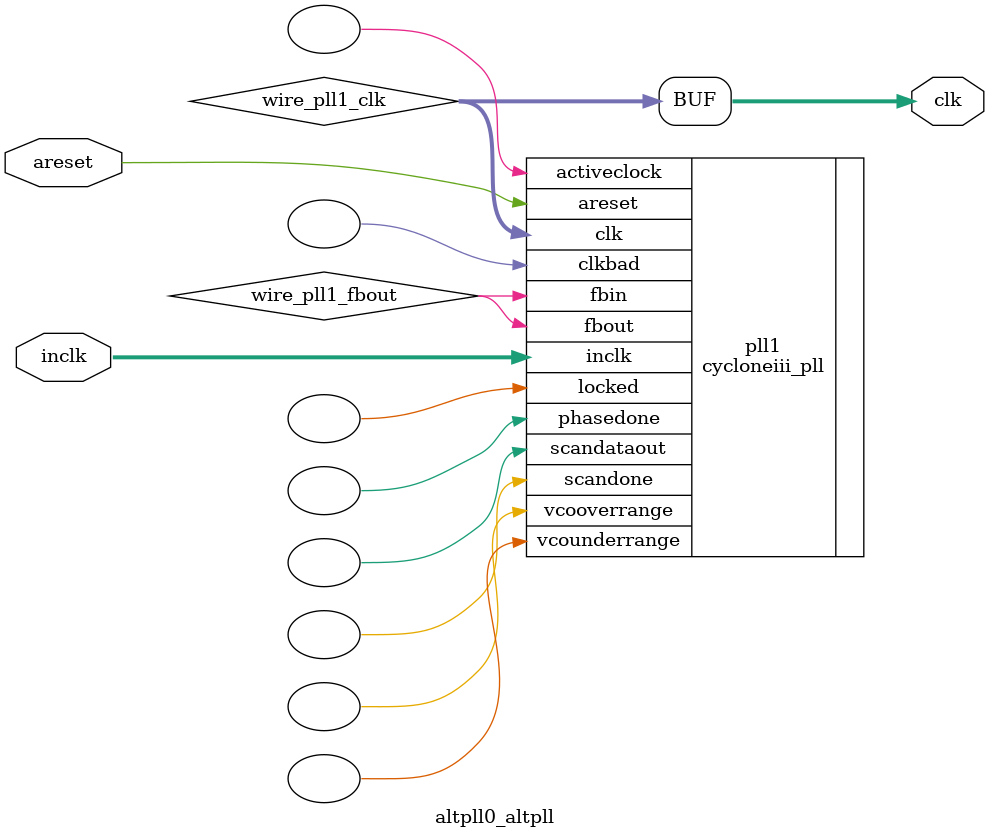
<source format=v>






//synthesis_resources = cycloneiii_pll 1 
//synopsys translate_off
`timescale 1 ps / 1 ps
//synopsys translate_on
module  altpll0_altpll
	( 
	areset,
	clk,
	inclk) /* synthesis synthesis_clearbox=1 */;
	input   areset;
	output   [4:0]  clk;
	input   [1:0]  inclk;
`ifndef ALTERA_RESERVED_QIS
// synopsys translate_off
`endif
	tri0   areset;
	tri0   [1:0]  inclk;
`ifndef ALTERA_RESERVED_QIS
// synopsys translate_on
`endif

	wire  [4:0]   wire_pll1_clk;
	wire  wire_pll1_fbout;

	cycloneiii_pll   pll1
	( 
	.activeclock(),
	.areset(areset),
	.clk(wire_pll1_clk),
	.clkbad(),
	.fbin(wire_pll1_fbout),
	.fbout(wire_pll1_fbout),
	.inclk(inclk),
	.locked(),
	.phasedone(),
	.scandataout(),
	.scandone(),
	.vcooverrange(),
	.vcounderrange()
	`ifndef FORMAL_VERIFICATION
	// synopsys translate_off
	`endif
	,
	.clkswitch(1'b0),
	.configupdate(1'b0),
	.pfdena(1'b1),
	.phasecounterselect({3{1'b0}}),
	.phasestep(1'b0),
	.phaseupdown(1'b0),
	.scanclk(1'b0),
	.scanclkena(1'b1),
	.scandata(1'b0)
	`ifndef FORMAL_VERIFICATION
	// synopsys translate_on
	`endif
	);
	defparam
		pll1.bandwidth_type = "auto",
		pll1.clk0_divide_by = 1,
		pll1.clk0_duty_cycle = 50,
		pll1.clk0_multiply_by = 1,
		pll1.clk0_phase_shift = "0",
		pll1.clk1_divide_by = 1,
		pll1.clk1_duty_cycle = 50,
		pll1.clk1_multiply_by = 1,
		pll1.clk1_phase_shift = "-139",
		pll1.clk2_divide_by = 10,
		pll1.clk2_duty_cycle = 50,
		pll1.clk2_multiply_by = 1,
		pll1.clk2_phase_shift = "0",
		pll1.compensate_clock = "clk0",
		pll1.inclk0_input_frequency = 20000,
		pll1.operation_mode = "normal",
		pll1.pll_type = "auto",
		pll1.lpm_type = "cycloneiii_pll";
	assign
		clk = {wire_pll1_clk[4:0]};
endmodule //altpll0_altpll
//VALID FILE

</source>
